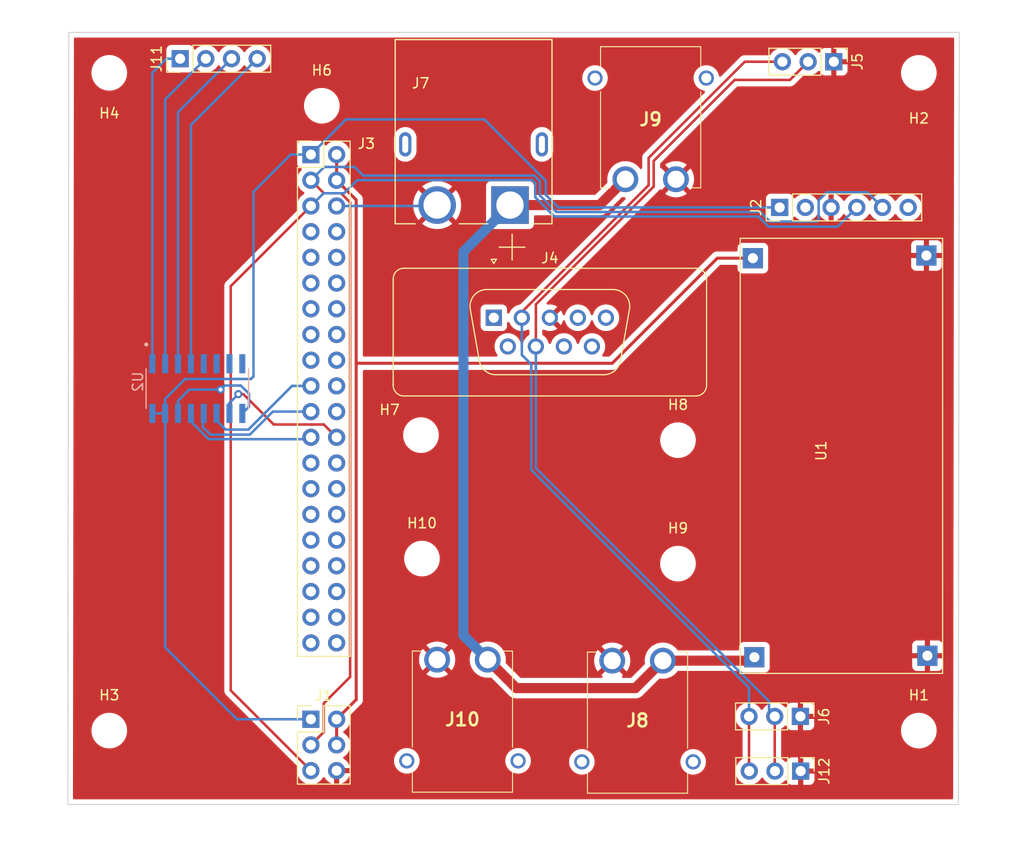
<source format=kicad_pcb>
(kicad_pcb (version 20211014) (generator pcbnew)
  (layers (0 "F.Cu" signal) (31 "B.Cu" signal) (34 "B.Paste" user) (35 "F.Paste" user) (36 "B.SilkS" user "B.Silkscreen") (37 "F.SilkS" user "F.Silkscreen") (38 "B.Mask" user) (39 "F.Mask" user) (44 "Edge.Cuts" user))
  (net 0 "")
  (net 3 "/VCC")
  (net 6 "GND")
  (net 7 "/5V")
  (net 8 "/3.3V")
  (net 9 "/SCL")
  (net 10 "/SDA")
  (net 23 "/MOSI")
  (net 25 "/MISO")
  (net 26 "/CS")
  (net 27 "/SCLK")
  (net 45 "/CAN_L")
  (net 49 "/CAN_H")
  (net 50 "/A-D Converter/CELL1")
  (net 51 "/A-D Converter/CELL2")
  (net 52 "/A-D Converter/CELL3")
  (net 53 "/A-D Converter/VT")
  (footprint "Connector_Dsub:DSUB-9_Male_Vertical_P2.77x2.84mm" (layer "F.Cu") (at 137 73.2)
    (fp_text reference "J4" (at 5.54 -5.89) (layer "F.SilkS"))
    (fp_text value "CAN")
    (fp_line (start 0 -5.351325) (end -0.25 -5.784338) (layer "F.SilkS") (width 0.12))
    (fp_line (start 19.965 7.73) (end -8.885 7.73) (layer "F.SilkS") (width 0.12))
    (fp_line (start -0.25 -5.784338) (end 0.25 -5.784338) (layer "F.SilkS") (width 0.12))
    (fp_line (start 13.40647 -0.841744) (end 12.507202 4.258256) (layer "F.SilkS") (width 0.12))
    (fp_line (start 0.25 -5.784338) (end 0 -5.351325) (layer "F.SilkS") (width 0.12))
    (fp_line (start -9.945 6.67) (end -9.945 -3.83) (layer "F.SilkS") (width 0.12))
    (fp_line (start 0.207579 5.63) (end 10.872421 5.63) (layer "F.SilkS") (width 0.12))
    (fp_line (start -0.691689 -2.79) (end 11.771689 -2.79) (layer "F.SilkS") (width 0.12))
    (fp_line (start 21.025 -3.83) (end 21.025 6.67) (layer "F.SilkS") (width 0.12))
    (fp_line (start -2.32647 -0.841744) (end -1.427202 4.258256) (layer "F.SilkS") (width 0.12))
    (fp_line (start -8.885 -4.89) (end 19.965 -4.89) (layer "F.SilkS") (width 0.12))
    (fp_arc (start 0.207579 5.63) (mid -0.859448 5.241633) (end -1.427202 4.258256) (layer "F.SilkS") (width 0.12))
    (fp_arc (start 19.965 -4.89) (mid 20.714533 -4.579533) (end 21.025 -3.83) (layer "F.SilkS") (width 0.12))
    (fp_arc (start -2.32647 -0.841744) (mid -1.963323 -2.197028) (end -0.691689 -2.79) (layer "F.SilkS") (width 0.12))
    (fp_arc (start 21.025 6.67) (mid 20.714533 7.419533) (end 19.965 7.73) (layer "F.SilkS") (width 0.12))
    (fp_arc (start 11.771689 -2.79) (mid 13.043331 -2.197031) (end 13.40647 -0.841744) (layer "F.SilkS") (width 0.12))
    (fp_arc (start -9.945 -3.83) (mid -9.634533 -4.579533) (end -8.885 -4.89) (layer "F.SilkS") (width 0.12))
    (fp_arc (start -8.885 7.73) (mid -9.634533 7.419533) (end -9.945 6.67) (layer "F.SilkS") (width 0.12))
    (fp_arc (start 12.507202 4.258256) (mid 11.939449 5.241634) (end 10.872421 5.63) (layer "F.SilkS") (width 0.12))
    (pad "1" thru_hole rect (at 0 0) (size 1.6 1.6) (drill 1) (layers *.Cu *.Mask))
    (pad "2" thru_hole circle (at 2.77 0) (size 1.6 1.6) (drill 1) (layers *.Cu *.Mask) (net 45 "/CAN_L"))
    (pad "3" thru_hole circle (at 5.54 0) (size 1.6 1.6) (drill 1) (layers *.Cu *.Mask) (net 6 "GND"))
    (pad "4" thru_hole circle (at 8.31 0) (size 1.6 1.6) (drill 1) (layers *.Cu *.Mask))
    (pad "5" thru_hole circle (at 11.08 0) (size 1.6 1.6) (drill 1) (layers *.Cu *.Mask))
    (pad "6" thru_hole circle (at 1.385 2.84) (size 1.6 1.6) (drill 1) (layers *.Cu *.Mask))
    (pad "7" thru_hole circle (at 4.155 2.84) (size 1.6 1.6) (drill 1) (layers *.Cu *.Mask) (net 49 "/CAN_H"))
    (pad "8" thru_hole circle (at 6.925 2.84) (size 1.6 1.6) (drill 1) (layers *.Cu *.Mask))
    (pad "9" thru_hole circle (at 9.695 2.84) (size 1.6 1.6) (drill 1) (layers *.Cu *.Mask))
  )
  (footprint "cube:XT30PWM" (layer "F.Cu") (at 152.5 53.6)
    (fp_text reference "J9" (at 0 0) (layer "F.SilkS") (effects (font (size 1.27 1.27) (thickness 0.254))))
    (fp_text value "MOTOR2-XT30" hide)
    (fp_line (start -4.95 -7.187) (end 4.95 -7.187) (layer "F.SilkS") (width 0.1))
    (fp_line (start 4.95 -7.187) (end 4.95 -5.237) (layer "F.SilkS") (width 0.1))
    (fp_line (start -4.95 6.762) (end -4 6.762) (layer "F.SilkS") (width 0.1))
    (fp_line (start -4.95 -2.737) (end -4.95 6.762) (layer "F.SilkS") (width 0.1))
    (fp_line (start -4.95 -5.237) (end -4.95 -7.187) (layer "F.SilkS") (width 0.1))
    (fp_line (start 4.95 6.762) (end 4.95 -2.737) (layer "F.SilkS") (width 0.1))
    (fp_line (start 4 6.762) (end 4.95 6.762) (layer "F.SilkS") (width 0.1))
    (pad "1" thru_hole circle locked (at -2.5 5.912) (size 2.55 2.55) (drill 1.7) (layers *.Cu *.Mask) (net 3 "/VCC"))
    (pad "2" thru_hole circle locked (at 2.5 5.912) (size 2.55 2.55) (drill 1.7) (layers *.Cu *.Mask) (net 6 "GND"))
    (pad "3" thru_hole circle locked (at 5.5 -4.088) (size 1.5 1.5) (drill 1) (layers *.Cu *.Mask))
    (pad "4" thru_hole circle locked (at -5.5 -4.088) (size 1.5 1.5) (drill 1) (layers *.Cu *.Mask))
  )
  (footprint "Connector_PinHeader_2.54mm:PinHeader_2x03_P2.54mm_Vertical" (layer "F.Cu") (at 118.925 112.875)
    (fp_text reference "J1" (at 1.27 -2.33) (layer "F.SilkS"))
    (fp_text value "Display")
    (fp_line (start -1.33 0) (end -1.33 -1.33) (layer "F.SilkS") (width 0.12))
    (fp_line (start 1.27 -1.33) (end 3.87 -1.33) (layer "F.SilkS") (width 0.12))
    (fp_line (start -1.33 1.27) (end -1.33 6.41) (layer "F.SilkS") (width 0.12))
    (fp_line (start -1.33 -1.33) (end 0 -1.33) (layer "F.SilkS") (width 0.12))
    (fp_line (start 1.27 1.27) (end 1.27 -1.33) (layer "F.SilkS") (width 0.12))
    (fp_line (start 3.87 -1.33) (end 3.87 6.41) (layer "F.SilkS") (width 0.12))
    (fp_line (start -1.33 1.27) (end 1.27 1.27) (layer "F.SilkS") (width 0.12))
    (fp_line (start -1.33 6.41) (end 3.87 6.41) (layer "F.SilkS") (width 0.12))
    (pad "1" thru_hole rect (at 0 0) (size 1.7 1.7) (drill 1) (layers *.Cu *.Mask) (net 8 "/3.3V"))
    (pad "2" thru_hole oval (at 2.54 0) (size 1.7 1.7) (drill 1) (layers *.Cu *.Mask) (net 7 "/5V"))
    (pad "3" thru_hole oval (at 0 2.54) (size 1.7 1.7) (drill 1) (layers *.Cu *.Mask) (net 10 "/SDA"))
    (pad "4" thru_hole oval (at 2.54 2.54) (size 1.7 1.7) (drill 1) (layers *.Cu *.Mask) (net 7 "/5V"))
    (pad "5" thru_hole oval (at 0 5.08) (size 1.7 1.7) (drill 1) (layers *.Cu *.Mask) (net 9 "/SCL"))
    (pad "6" thru_hole oval (at 2.54 5.08) (size 1.7 1.7) (drill 1) (layers *.Cu *.Mask) (net 6 "GND"))
  )
  (footprint "Connector_PinHeader_2.54mm:PinHeader_1x06_P2.54mm_Vertical" (layer "F.Cu") (at 165.25 62.3 90)
    (fp_text reference "J2" (at 0 -2.33 90) (layer "F.SilkS"))
    (fp_text value "MPU 6050")
    (fp_line (start 1.33 1.27) (end 1.33 14.03) (layer "F.SilkS") (width 0.12))
    (fp_line (start -1.33 0) (end -1.33 -1.33) (layer "F.SilkS") (width 0.12))
    (fp_line (start -1.33 1.27) (end -1.33 14.03) (layer "F.SilkS") (width 0.12))
    (fp_line (start -1.33 14.03) (end 1.33 14.03) (layer "F.SilkS") (width 0.12))
    (fp_line (start -1.33 -1.33) (end 0 -1.33) (layer "F.SilkS") (width 0.12))
    (fp_line (start -1.33 1.27) (end 1.33 1.27) (layer "F.SilkS") (width 0.12))
    (pad "1" thru_hole rect (at 0 0 90) (size 1.7 1.7) (drill 1) (layers *.Cu *.Mask) (net 8 "/3.3V"))
    (pad "2" thru_hole oval (at 0 2.54 90) (size 1.7 1.7) (drill 1) (layers *.Cu *.Mask))
    (pad "3" thru_hole oval (at 0 5.08 90) (size 1.7 1.7) (drill 1) (layers *.Cu *.Mask) (net 6 "GND"))
    (pad "4" thru_hole oval (at 0 7.62 90) (size 1.7 1.7) (drill 1) (layers *.Cu *.Mask) (net 9 "/SCL"))
    (pad "5" thru_hole oval (at 0 10.16 90) (size 1.7 1.7) (drill 1) (layers *.Cu *.Mask) (net 10 "/SDA"))
    (pad "6" thru_hole oval (at 0 12.7 90) (size 1.7 1.7) (drill 1) (layers *.Cu *.Mask))
  )
  (footprint "cube:AMASS_XT60PW-M" (layer "F.Cu") (at 135 56.06575)
    (fp_text reference "J7" (at -5.229 -6.03733) (layer "F.SilkS") (effects (font (size 1.000441 1.000441))))
    (fp_text value "INPUT-XT60")
    (fp_line (start 3.81 10.16) (end 3.81 11.43) (layer "F.SilkS") (width 0.127))
    (fp_line (start 7.75 7.85) (end 5.778 7.85) (layer "F.SilkS") (width 0.127))
    (fp_line (start 7.75 7.85) (end 7.75 -10.35) (layer "F.SilkS") (width 0.127))
    (fp_line (start -7.75 -10.35) (end -7.75 7.85) (layer "F.SilkS") (width 0.127))
    (fp_line (start 7.75 -10.35) (end -7.75 -10.35) (layer "F.SilkS") (width 0.127))
    (fp_line (start 5.08 10.16) (end 3.81 10.16) (layer "F.SilkS") (width 0.127))
    (fp_line (start -1.422 7.85) (end 1.422 7.85) (layer "F.SilkS") (width 0.127))
    (fp_line (start -7.75 7.85) (end -5.778 7.85) (layer "F.SilkS") (width 0.127))
    (fp_line (start 2.54 10.16) (end 3.81 10.16) (layer "F.SilkS") (width 0.127))
    (fp_line (start 3.81 10.16) (end 3.81 8.89) (layer "F.SilkS") (width 0.127))
    (pad "1" thru_hole rect locked (at 3.6 6) (size 3.716 3.716) (drill 2.7) (layers *.Cu *.Mask) (net 3 "/VCC"))
    (pad "2" thru_hole circle locked (at -3.6 6) (size 3.716 3.716) (drill 2.7) (layers *.Cu *.Mask) (net 6 "GND"))
    (pad "S1" thru_hole oval locked (at 6.75 0) (size 1.2 2.4) (drill oval 0.6 1.7) (layers *.Cu *.Mask))
    (pad "S2" thru_hole oval locked (at -6.75 0) (size 1.2 2.4) (drill oval 0.6 1.7) (layers *.Cu *.Mask))
  )
  (footprint "cube:LM2596S_mod" (layer "F.Cu") (at 171.25 86.25 90)
    (fp_text reference "U1" (at -0.1 -1.9 90 unlocked) (layer "F.SilkS"))
    (fp_text value "LM2596S")
    (fp_rect (start -22.1 -9.9) (end 20.9 10.1) (layer "F.SilkS") (width 0.12) (fill none))
    (pad "1" thru_hole rect (at -20.5 -8.5 90) (size 2 2) (drill 1) (layers *.Cu *.Mask) (net 3 "/VCC"))
    (pad "2" thru_hole rect (at -20.35 8.6 90) (size 2 2) (drill 1) (layers *.Cu *.Mask) (net 6 "GND"))
    (pad "3" thru_hole rect (at 18.936 -8.648 90) (size 2 2) (drill 1) (layers *.Cu *.Mask) (net 7 "/5V"))
    (pad "4" thru_hole rect (at 19.2 8.5 90) (size 2 2) (drill 1) (layers *.Cu *.Mask) (net 6 "GND"))
  )
  (footprint "Connector_PinHeader_2.54mm:PinHeader_1x03_P2.54mm_Vertical" (layer "F.Cu") (at 167.3 112.6 -90)
    (fp_text reference "J6" (at 0 -2.33 90) (layer "F.SilkS"))
    (fp_text value "MOTOR2")
    (fp_line (start 1.33 1.27) (end 1.33 6.41) (layer "F.SilkS") (width 0.12))
    (fp_line (start -1.33 1.27) (end 1.33 1.27) (layer "F.SilkS") (width 0.12))
    (fp_line (start -1.33 -1.33) (end 0 -1.33) (layer "F.SilkS") (width 0.12))
    (fp_line (start -1.33 6.41) (end 1.33 6.41) (layer "F.SilkS") (width 0.12))
    (fp_line (start -1.33 0) (end -1.33 -1.33) (layer "F.SilkS") (width 0.12))
    (fp_line (start -1.33 1.27) (end -1.33 6.41) (layer "F.SilkS") (width 0.12))
    (pad "1" thru_hole rect (at 0 0 270) (size 1.7 1.7) (drill 1) (layers *.Cu *.Mask) (net 6 "GND"))
    (pad "2" thru_hole oval (at 0 2.54 270) (size 1.7 1.7) (drill 1) (layers *.Cu *.Mask) (net 49 "/CAN_H"))
    (pad "3" thru_hole oval (at 0 5.08 270) (size 1.7 1.7) (drill 1) (layers *.Cu *.Mask) (net 45 "/CAN_L"))
  )
  (footprint "Connector_PinHeader_2.54mm:PinHeader_1x04_P2.54mm_Vertical" (layer "F.Cu") (at 106 47.6 90)
    (fp_text reference "J11" (at 0 -2.33 90) (layer "F.SilkS"))
    (fp_text value "JST-BATT")
    (fp_line (start -1.33 -1.33) (end 0 -1.33) (layer "F.SilkS") (width 0.12))
    (fp_line (start 1.33 1.27) (end 1.33 8.95) (layer "F.SilkS") (width 0.12))
    (fp_line (start -1.33 1.27) (end -1.33 8.95) (layer "F.SilkS") (width 0.12))
    (fp_line (start -1.33 1.27) (end 1.33 1.27) (layer "F.SilkS") (width 0.12))
    (fp_line (start -1.33 0) (end -1.33 -1.33) (layer "F.SilkS") (width 0.12))
    (fp_line (start -1.33 8.95) (end 1.33 8.95) (layer "F.SilkS") (width 0.12))
    (pad "1" thru_hole rect (at 0 0 90) (size 1.7 1.7) (drill 1) (layers *.Cu *.Mask) (net 50 "/A-D Converter/CELL1"))
    (pad "2" thru_hole oval (at 0 2.54 90) (size 1.7 1.7) (drill 1) (layers *.Cu *.Mask) (net 51 "/A-D Converter/CELL2"))
    (pad "3" thru_hole oval (at 0 5.08 90) (size 1.7 1.7) (drill 1) (layers *.Cu *.Mask) (net 52 "/A-D Converter/CELL3"))
    (pad "4" thru_hole oval (at 0 7.62 90) (size 1.7 1.7) (drill 1) (layers *.Cu *.Mask) (net 53 "/A-D Converter/VT"))
  )
  (footprint "MountingHole:MountingHole_2.5mm" (layer "F.Cu") (at 155.2 85.3)
    (fp_text reference "H8" (at 0 -3.5) (layer "F.SilkS"))
    (fp_text value "MountingHole")
    (pad "" np_thru_hole circle (at 0 0) (size 2.5 2.5) (drill 2.5) (layers *.Cu *.Mask))
  )
  (footprint "Connector_PinHeader_2.54mm:PinHeader_2x20_P2.54mm_Vertical" (layer "F.Cu") (at 118.925 57.075)
    (fp_text reference "J3" (at 5.475 -1.075) (layer "F.SilkS"))
    (fp_text value "Pi_GPIO")
    (fp_line (start -1.33 49.59) (end 3.87 49.59) (layer "F.SilkS") (width 0.12))
    (fp_line (start -1.33 1.27) (end 1.27 1.27) (layer "F.SilkS") (width 0.12))
    (fp_line (start 3.87 -1.33) (end 3.87 49.59) (layer "F.SilkS") (width 0.12))
    (fp_line (start -1.33 -1.33) (end 0 -1.33) (layer "F.SilkS") (width 0.12))
    (fp_line (start -1.33 0) (end -1.33 -1.33) (layer "F.SilkS") (width 0.12))
    (fp_line (start -1.33 1.27) (end -1.33 49.59) (layer "F.SilkS") (width 0.12))
    (fp_line (start 1.27 -1.33) (end 3.87 -1.33) (layer "F.SilkS") (width 0.12))
    (fp_line (start 1.27 1.27) (end 1.27 -1.33) (layer "F.SilkS") (width 0.12))
    (pad "1" thru_hole rect (at 0 0) (size 1.7 1.7) (drill 1) (layers *.Cu *.Mask) (net 8 "/3.3V"))
    (pad "2" thru_hole oval (at 2.54 0) (size 1.7 1.7) (drill 1) (layers *.Cu *.Mask) (net 7 "/5V"))
    (pad "3" thru_hole oval (at 0 2.54) (size 1.7 1.7) (drill 1) (layers *.Cu *.Mask) (net 10 "/SDA"))
    (pad "4" thru_hole oval (at 2.54 2.54) (size 1.7 1.7) (drill 1) (layers *.Cu *.Mask) (net 7 "/5V"))
    (pad "5" thru_hole oval (at 0 5.08) (size 1.7 1.7) (drill 1) (layers *.Cu *.Mask) (net 9 "/SCL"))
    (pad "6" thru_hole oval (at 2.54 5.08) (size 1.7 1.7) (drill 1) (layers *.Cu *.Mask) (net 6 "GND"))
    (pad "7" thru_hole oval (at 0 7.62) (size 1.7 1.7) (drill 1) (layers *.Cu *.Mask))
    (pad "8" thru_hole oval (at 2.54 7.62) (size 1.7 1.7) (drill 1) (layers *.Cu *.Mask))
    (pad "9" thru_hole oval (at 0 10.16) (size 1.7 1.7) (drill 1) (layers *.Cu *.Mask))
    (pad "10" thru_hole oval (at 2.54 10.16) (size 1.7 1.7) (drill 1) (layers *.Cu *.Mask))
    (pad "11" thru_hole oval (at 0 12.7) (size 1.7 1.7) (drill 1) (layers *.Cu *.Mask))
    (pad "12" thru_hole oval (at 2.54 12.7) (size 1.7 1.7) (drill 1) (layers *.Cu *.Mask))
    (pad "13" thru_hole oval (at 0 15.24) (size 1.7 1.7) (drill 1) (layers *.Cu *.Mask))
    (pad "14" thru_hole oval (at 2.54 15.24) (size 1.7 1.7) (drill 1) (layers *.Cu *.Mask))
    (pad "15" thru_hole oval (at 0 17.78) (size 1.7 1.7) (drill 1) (layers *.Cu *.Mask))
    (pad "16" thru_hole oval (at 2.54 17.78) (size 1.7 1.7) (drill 1) (layers *.Cu *.Mask))
    (pad "17" thru_hole oval (at 0 20.32) (size 1.7 1.7) (drill 1) (layers *.Cu *.Mask))
    (pad "18" thru_hole oval (at 2.54 20.32) (size 1.7 1.7) (drill 1) (layers *.Cu *.Mask))
    (pad "19" thru_hole oval (at 0 22.86) (size 1.7 1.7) (drill 1) (layers *.Cu *.Mask) (net 23 "/MOSI"))
    (pad "20" thru_hole oval (at 2.54 22.86) (size 1.7 1.7) (drill 1) (layers *.Cu *.Mask))
    (pad "21" thru_hole oval (at 0 25.4) (size 1.7 1.7) (drill 1) (layers *.Cu *.Mask) (net 25 "/MISO"))
    (pad "22" thru_hole oval (at 2.54 25.4) (size 1.7 1.7) (drill 1) (layers *.Cu *.Mask))
    (pad "23" thru_hole oval (at 0 27.94) (size 1.7 1.7) (drill 1) (layers *.Cu *.Mask) (net 27 "/SCLK"))
    (pad "24" thru_hole oval (at 2.54 27.94) (size 1.7 1.7) (drill 1) (layers *.Cu *.Mask) (net 26 "/CS"))
    (pad "25" thru_hole oval (at 0 30.48) (size 1.7 1.7) (drill 1) (layers *.Cu *.Mask))
    (pad "26" thru_hole oval (at 2.54 30.48) (size 1.7 1.7) (drill 1) (layers *.Cu *.Mask))
    (pad "27" thru_hole oval (at 0 33.02) (size 1.7 1.7) (drill 1) (layers *.Cu *.Mask))
    (pad "28" thru_hole oval (at 2.54 33.02) (size 1.7 1.7) (drill 1) (layers *.Cu *.Mask))
    (pad "29" thru_hole oval (at 0 35.56) (size 1.7 1.7) (drill 1) (layers *.Cu *.Mask))
    (pad "30" thru_hole oval (at 2.54 35.56) (size 1.7 1.7) (drill 1) (layers *.Cu *.Mask))
    (pad "31" thru_hole oval (at 0 38.1) (size 1.7 1.7) (drill 1) (layers *.Cu *.Mask))
    (pad "32" thru_hole oval (at 2.54 38.1) (size 1.7 1.7) (drill 1) (layers *.Cu *.Mask))
    (pad "33" thru_hole oval (at 0 40.64) (size 1.7 1.7) (drill 1) (layers *.Cu *.Mask))
    (pad "34" thru_hole oval (at 2.54 40.64) (size 1.7 1.7) (drill 1) (layers *.Cu *.Mask))
    (pad "35" thru_hole oval (at 0 43.18) (size 1.7 1.7) (drill 1) (layers *.Cu *.Mask))
    (pad "36" thru_hole oval (at 2.54 43.18) (size 1.7 1.7) (drill 1) (layers *.Cu *.Mask))
    (pad "37" thru_hole oval (at 0 45.72) (size 1.7 1.7) (drill 1) (layers *.Cu *.Mask))
    (pad "38" thru_hole oval (at 2.54 45.72) (size 1.7 1.7) (drill 1) (layers *.Cu *.Mask))
    (pad "39" thru_hole oval (at 0 48.26) (size 1.7 1.7) (drill 1) (layers *.Cu *.Mask))
    (pad "40" thru_hole oval (at 2.54 48.26) (size 1.7 1.7) (drill 1) (layers *.Cu *.Mask))
  )
  (footprint "MountingHole:MountingHole_2.5mm" (layer "F.Cu") (at 129.8 84.8)
    (fp_text reference "H7" (at -3.1 -2.5) (layer "F.SilkS"))
    (fp_text value "MountingHole")
    (pad "" np_thru_hole circle (at 0 0) (size 2.5 2.5) (drill 2.5) (layers *.Cu *.Mask))
  )
  (footprint "MountingHole:MountingHole_2.5mm" (layer "F.Cu") (at 179 49)
    (fp_text reference "H2" (at 0 4.5) (layer "F.SilkS"))
    (fp_text value "MountingHole")
    (pad "" np_thru_hole circle (at 0 0) (size 2.5 2.5) (drill 2.5) (layers *.Cu *.Mask))
  )
  (footprint "MountingHole:MountingHole_2.5mm" (layer "F.Cu") (at 99 114)
    (fp_text reference "H3" (at 0 -3.5) (layer "F.SilkS"))
    (fp_text value "MountingHole")
    (pad "" np_thru_hole circle (at 0 0) (size 2.5 2.5) (drill 2.5) (layers *.Cu *.Mask))
  )
  (footprint "MountingHole:MountingHole_2.5mm" (layer "F.Cu") (at 129.9 97)
    (fp_text reference "H10" (at 0 -3.5) (layer "F.SilkS"))
    (fp_text value "MountingHole")
    (pad "" np_thru_hole circle (at 0 0) (size 2.5 2.5) (drill 2.5) (layers *.Cu *.Mask))
  )
  (footprint "Connector_PinHeader_2.54mm:PinHeader_1x03_P2.54mm_Vertical" (layer "F.Cu") (at 167.325 118 -90)
    (fp_text reference "J12" (at 0 -2.33 90) (layer "F.SilkS"))
    (fp_text value "MOTOR3")
    (fp_line (start -1.33 -1.33) (end 0 -1.33) (layer "F.SilkS") (width 0.12))
    (fp_line (start -1.33 1.27) (end -1.33 6.41) (layer "F.SilkS") (width 0.12))
    (fp_line (start 1.33 1.27) (end 1.33 6.41) (layer "F.SilkS") (width 0.12))
    (fp_line (start -1.33 1.27) (end 1.33 1.27) (layer "F.SilkS") (width 0.12))
    (fp_line (start -1.33 0) (end -1.33 -1.33) (layer "F.SilkS") (width 0.12))
    (fp_line (start -1.33 6.41) (end 1.33 6.41) (layer "F.SilkS") (width 0.12))
    (pad "1" thru_hole rect (at 0 0 270) (size 1.7 1.7) (drill 1) (layers *.Cu *.Mask) (net 6 "GND"))
    (pad "2" thru_hole oval (at 0 2.54 270) (size 1.7 1.7) (drill 1) (layers *.Cu *.Mask) (net 49 "/CAN_H"))
    (pad "3" thru_hole oval (at 0 5.08 270) (size 1.7 1.7) (drill 1) (layers *.Cu *.Mask) (net 45 "/CAN_L"))
  )
  (footprint "cube:XT30PWM" (layer "F.Cu") (at 151.2 113 180)
    (fp_text reference "J8" (at 0 0) (layer "F.SilkS") (effects (font (size 1.27 1.27) (thickness 0.254))))
    (fp_text value "MOTOR1-XT30" hide)
    (fp_line (start -4.95 -2.737) (end -4.95 6.762) (layer "F.SilkS") (width 0.1))
    (fp_line (start 4.95 6.762) (end 4.95 -2.737) (layer "F.SilkS") (width 0.1))
    (fp_line (start 4.95 -7.187) (end 4.95 -5.237) (layer "F.SilkS") (width 0.1))
    (fp_line (start -4.95 6.762) (end -4 6.762) (layer "F.SilkS") (width 0.1))
    (fp_line (start 4 6.762) (end 4.95 6.762) (layer "F.SilkS") (width 0.1))
    (fp_line (start -4.95 -5.237) (end -4.95 -7.187) (layer "F.SilkS") (width 0.1))
    (fp_line (start -4.95 -7.187) (end 4.95 -7.187) (layer "F.SilkS") (width 0.1))
    (pad "1" thru_hole circle locked (at -2.5 5.912 180) (size 2.55 2.55) (drill 1.7) (layers *.Cu *.Mask) (net 3 "/VCC"))
    (pad "2" thru_hole circle locked (at 2.5 5.912 180) (size 2.55 2.55) (drill 1.7) (layers *.Cu *.Mask) (net 6 "GND"))
    (pad "3" thru_hole circle locked (at 5.5 -4.088 180) (size 1.5 1.5) (drill 1) (layers *.Cu *.Mask))
    (pad "4" thru_hole circle locked (at -5.5 -4.088 180) (size 1.5 1.5) (drill 1) (layers *.Cu *.Mask))
  )
  (footprint "Connector_PinHeader_2.54mm:PinHeader_1x03_P2.54mm_Vertical" (layer "F.Cu") (at 170.6 47.9 -90)
    (fp_text reference "J5" (at 0 -2.33 90) (layer "F.SilkS"))
    (fp_text value "MOTOR1")
    (fp_line (start 1.33 1.27) (end 1.33 6.41) (layer "F.SilkS") (width 0.12))
    (fp_line (start -1.33 -1.33) (end 0 -1.33) (layer "F.SilkS") (width 0.12))
    (fp_line (start -1.33 1.27) (end -1.33 6.41) (layer "F.SilkS") (width 0.12))
    (fp_line (start -1.33 1.27) (end 1.33 1.27) (layer "F.SilkS") (width 0.12))
    (fp_line (start -1.33 0) (end -1.33 -1.33) (layer "F.SilkS") (width 0.12))
    (fp_line (start -1.33 6.41) (end 1.33 6.41) (layer "F.SilkS") (width 0.12))
    (pad "1" thru_hole rect (at 0 0 270) (size 1.7 1.7) (drill 1) (layers *.Cu *.Mask) (net 6 "GND"))
    (pad "2" thru_hole oval (at 0 2.54 270) (size 1.7 1.7) (drill 1) (layers *.Cu *.Mask) (net 49 "/CAN_H"))
    (pad "3" thru_hole oval (at 0 5.08 270) (size 1.7 1.7) (drill 1) (layers *.Cu *.Mask) (net 45 "/CAN_L"))
  )
  (footprint "MountingHole:MountingHole_2.5mm" (layer "F.Cu") (at 155.2 97.5)
    (fp_text reference "H9" (at 0 -3.5) (layer "F.SilkS"))
    (fp_text value "MountingHole")
    (pad "" np_thru_hole circle (at 0 0) (size 2.5 2.5) (drill 2.5) (layers *.Cu *.Mask))
  )
  (footprint "MountingHole:MountingHole_2.5mm" (layer "F.Cu") (at 179 114)
    (fp_text reference "H1" (at 0 -3.5) (layer "F.SilkS"))
    (fp_text value "MountingHole")
    (pad "" np_thru_hole circle (at 0 0) (size 2.5 2.5) (drill 2.5) (layers *.Cu *.Mask))
  )
  (footprint "MountingHole:MountingHole_2.5mm" (layer "F.Cu") (at 99 49)
    (fp_text reference "H4" (at 0 4) (layer "F.SilkS"))
    (fp_text value "MountingHole")
    (pad "" np_thru_hole circle (at 0 0) (size 2.5 2.5) (drill 2.5) (layers *.Cu *.Mask))
  )
  (footprint "cube:XT30PWM" (layer "F.Cu") (at 133.9 112.9 180)
    (fp_text reference "J10" (at 0 0) (layer "F.SilkS") (effects (font (size 1.27 1.27) (thickness 0.254))))
    (fp_text value "MOTOR3-XT30" hide)
    (fp_line (start -4.95 -7.187) (end 4.95 -7.187) (layer "F.SilkS") (width 0.1))
    (fp_line (start 4.95 6.762) (end 4.95 -2.737) (layer "F.SilkS") (width 0.1))
    (fp_line (start -4.95 -5.237) (end -4.95 -7.187) (layer "F.SilkS") (width 0.1))
    (fp_line (start -4.95 6.762) (end -4 6.762) (layer "F.SilkS") (width 0.1))
    (fp_line (start 4 6.762) (end 4.95 6.762) (layer "F.SilkS") (width 0.1))
    (fp_line (start 4.95 -7.187) (end 4.95 -5.237) (layer "F.SilkS") (width 0.1))
    (fp_line (start -4.95 -2.737) (end -4.95 6.762) (layer "F.SilkS") (width 0.1))
    (pad "1" thru_hole circle locked (at -2.5 5.912 180) (size 2.55 2.55) (drill 1.7) (layers *.Cu *.Mask) (net 3 "/VCC"))
    (pad "2" thru_hole circle locked (at 2.5 5.912 180) (size 2.55 2.55) (drill 1.7) (layers *.Cu *.Mask) (net 6 "GND"))
    (pad "3" thru_hole circle locked (at 5.5 -4.088 180) (size 1.5 1.5) (drill 1) (layers *.Cu *.Mask))
    (pad "4" thru_hole circle locked (at -5.5 -4.088 180) (size 1.5 1.5) (drill 1) (layers *.Cu *.Mask))
  )
  (footprint "MountingHole:MountingHole_2.5mm" (layer "F.Cu") (at 120 52.25)
    (fp_text reference "H6" (at 0 -3.5) (layer "F.SilkS"))
    (fp_text value "MountingHole")
    (pad "" np_thru_hole circle (at 0 0) (size 2.5 2.5) (drill 2.5) (layers *.Cu *.Mask))
  )
  (footprint "cube:SOIC127P600X175-16N" (layer "B.Cu") (at 107.7 80.2 -90)
    (fp_text reference "U2" (at -0.675 5.877 90) (layer "B.SilkS") (effects (justify mirror)))
    (fp_text value "MCP3008-I/SL")
    (fp_line (start -1.95 -5.065) (end 1.95 -5.065) (layer "B.SilkS") (width 0.127))
    (fp_line (start -1.95 5.065) (end 1.95 5.065) (layer "B.SilkS") (width 0.127))
    (fp_circle (center -4.355 5.045) (end -4.255 5.045) (layer "B.SilkS") (width 0.2) (fill none))
    (pad "1" smd roundrect locked (at -2.455 4.445 270) (size 1.9 0.6) (layers "B.Cu" "B.Paste" "B.Mask") (roundrect_rratio 0.07) (net 50 "/A-D Converter/CELL1"))
    (pad "2" smd roundrect locked (at -2.455 3.175 270) (size 1.9 0.6) (layers "B.Cu" "B.Paste" "B.Mask") (roundrect_rratio 0.07) (net 51 "/A-D Converter/CELL2"))
    (pad "3" smd roundrect locked (at -2.455 1.905 270) (size 1.9 0.6) (layers "B.Cu" "B.Paste" "B.Mask") (roundrect_rratio 0.07) (net 52 "/A-D Converter/CELL3"))
    (pad "4" smd roundrect locked (at -2.455 0.635 270) (size 1.9 0.6) (layers "B.Cu" "B.Paste" "B.Mask") (roundrect_rratio 0.07) (net 53 "/A-D Converter/VT"))
    (pad "5" smd roundrect locked (at -2.455 -0.635 270) (size 1.9 0.6) (layers "B.Cu" "B.Paste" "B.Mask") (roundrect_rratio 0.07))
    (pad "6" smd roundrect locked (at -2.455 -1.905 270) (size 1.9 0.6) (layers "B.Cu" "B.Paste" "B.Mask") (roundrect_rratio 0.07))
    (pad "7" smd roundrect locked (at -2.455 -3.175 270) (size 1.9 0.6) (layers "B.Cu" "B.Paste" "B.Mask") (roundrect_rratio 0.07))
    (pad "8" smd roundrect locked (at -2.455 -4.445 270) (size 1.9 0.6) (layers "B.Cu" "B.Paste" "B.Mask") (roundrect_rratio 0.07))
    (pad "9" smd roundrect locked (at 2.455 -4.445 270) (size 1.9 0.6) (layers "B.Cu" "B.Paste" "B.Mask") (roundrect_rratio 0.07) (net 6 "GND"))
    (pad "10" smd roundrect locked (at 2.455 -3.175 270) (size 1.9 0.6) (layers "B.Cu" "B.Paste" "B.Mask") (roundrect_rratio 0.07) (net 26 "/CS"))
    (pad "11" smd roundrect locked (at 2.455 -1.905 270) (size 1.9 0.6) (layers "B.Cu" "B.Paste" "B.Mask") (roundrect_rratio 0.07) (net 23 "/MOSI"))
    (pad "12" smd roundrect locked (at 2.455 -0.635 270) (size 1.9 0.6) (layers "B.Cu" "B.Paste" "B.Mask") (roundrect_rratio 0.07) (net 25 "/MISO"))
    (pad "13" smd roundrect locked (at 2.455 0.635 270) (size 1.9 0.6) (layers "B.Cu" "B.Paste" "B.Mask") (roundrect_rratio 0.07) (net 27 "/SCLK"))
    (pad "14" smd roundrect locked (at 2.455 1.905 270) (size 1.9 0.6) (layers "B.Cu" "B.Paste" "B.Mask") (roundrect_rratio 0.07) (net 6 "GND"))
    (pad "15" smd roundrect locked (at 2.455 3.175 270) (size 1.9 0.6) (layers "B.Cu" "B.Paste" "B.Mask") (roundrect_rratio 0.07) (net 8 "/3.3V"))
    (pad "16" smd roundrect locked (at 2.455 4.445 270) (size 1.9 0.6) (layers "B.Cu" "B.Paste" "B.Mask") (roundrect_rratio 0.07) (net 8 "/3.3V"))
  )
  (gr_line (start 182.9 121.3) (end 94.9 121.3) (layer "Edge.Cuts") (width 0.1))
  (gr_line (start 95 45) (end 94.9 121.3) (layer "Edge.Cuts") (width 0.1))
  (gr_line (start 183 45) (end 95 45) (layer "Edge.Cuts") (width 0.1))
  (gr_line (start 182.9 121.3) (end 183 45) (layer "Edge.Cuts") (width 0.1))
  (segment (start 153.7 107.088) (end 162.412 107.088) (width 1) (layer "F.Cu") (net 3))
  (segment (start 150.988 109.8) (end 153.7 107.088) (width 1) (layer "F.Cu") (net 3))
  (segment (start 162.412 107.088) (end 162.75 106.75) (width 1) (layer "F.Cu") (net 3))
  (segment (start 139.212 109.8) (end 150.988 109.8) (width 1) (layer "F.Cu") (net 3))
  (segment (start 147.44625 62.06575) (end 150 59.512) (width 1) (layer "F.Cu") (net 3))
  (segment (start 138.6 62.06575) (end 147.44625 62.06575) (width 1) (layer "F.Cu") (net 3))
  (segment (start 136.4 106.988) (end 139.212 109.8) (width 1) (layer "F.Cu") (net 3))
  (segment (start 138.6 62.06575) (end 134 66.66575) (width 1) (layer "B.Cu") (net 3))
  (segment (start 134 66.66575) (end 134 104.588) (width 1) (layer "B.Cu") (net 3))
  (segment (start 134 104.588) (end 136.4 106.988) (width 1) (layer "B.Cu") (net 3))
  (segment (start 167.3 117.975) (end 167.325 118) (width 0.3) (layer "F.Cu") (net 6))
  (segment (start 167.3 112.6) (end 167.3 117.975) (width 0.3) (layer "F.Cu") (net 6))
  (via (at 110 80.3) (size 0.8) (drill 0.4) (layers "F.Cu" "B.Cu") (net 6))
  (segment (start 105.795 82.655) (end 105.795 81.405) (width 0.25) (layer "B.Cu") (net 6))
  (segment (start 112.145 82.655) (end 112.8 82) (width 0.25) (layer "B.Cu") (net 6))
  (segment (start 112 79.9) (end 111.8 79.9) (width 0.25) (layer "B.Cu") (net 6))
  (segment (start 121.465 62.155) (end 131.31075 62.155) (width 0.25) (layer "B.Cu") (net 6))
  (segment (start 110.4 79.9) (end 110 80.3) (width 0.25) (layer "B.Cu") (net 6))
  (segment (start 112.8 82) (end 112.8 80.7) (width 0.25) (layer "B.Cu") (net 6))
  (segment (start 105.795 81.405) (end 106.9 80.3) (width 0.25) (layer "B.Cu") (net 6))
  (segment (start 112.8 80.7) (end 112 79.9) (width 0.25) (layer "B.Cu") (net 6))
  (segment (start 106.9 80.3) (end 110 80.3) (width 0.25) (layer "B.Cu") (net 6))
  (segment (start 111.8 79.9) (end 110.4 79.9) (width 0.25) (layer "B.Cu") (net 6))
  (segment (start 131.31075 62.155) (end 131.4 62.06575) (width 0.25) (layer "B.Cu") (net 6))
  (segment (start 123.4 77.7) (end 148.7 77.7) (width 0.3) (layer "F.Cu") (net 7))
  (segment (start 123.4 110.94) (end 123.4 77.7) (width 0.3) (layer "F.Cu") (net 7))
  (segment (start 121.465 57.075) (end 121.465 59.615) (width 0.3) (layer "F.Cu") (net 7))
  (segment (start 121.465 112.875) (end 123.4 110.94) (width 0.3) (layer "F.Cu") (net 7))
  (segment (start 159.086 67.314) (end 162.602 67.314) (width 0.3) (layer "F.Cu") (net 7))
  (segment (start 148.7 77.7) (end 159.086 67.314) (width 0.3) (layer "F.Cu") (net 7))
  (segment (start 121.465 112.875) (end 121.465 115.415) (width 0.3) (layer "F.Cu") (net 7))
  (segment (start 123.4 77.7) (end 123.4 61.55) (width 0.3) (layer "F.Cu") (net 7))
  (segment (start 123.4 61.55) (end 121.465 59.615) (width 0.3) (layer "F.Cu") (net 7))
  (segment (start 165.25 62.3) (end 143.372792 62.3) (width 0.25) (layer "B.Cu") (net 8))
  (segment (start 103.255 82.655) (end 104.525 82.655) (width 0.25) (layer "B.Cu") (net 8))
  (segment (start 104.525 81.225) (end 106.5 79.25) (width 0.25) (layer "B.Cu") (net 8))
  (segment (start 104.525 105.775) (end 104.525 82.655) (width 0.25) (layer "B.Cu") (net 8))
  (segment (start 106.5 79.25) (end 113 79.25) (width 0.25) (layer "B.Cu") (net 8))
  (segment (start 142.136396 59.663604) (end 136.072792 53.6) (width 0.25) (layer "B.Cu") (net 8))
  (segment (start 113.25 79) (end 113.25 60.75) (width 0.25) (layer "B.Cu") (net 8))
  (segment (start 113 79.25) (end 113.25 79) (width 0.25) (layer "B.Cu") (net 8))
  (segment (start 118.925 112.875) (end 111.625 112.875) (width 0.25) (layer "B.Cu") (net 8))
  (segment (start 104.525 82.655) (end 104.525 81.225) (width 0.25) (layer "B.Cu") (net 8))
  (segment (start 122.4 53.6) (end 118.925 57.075) (width 0.25) (layer "B.Cu") (net 8))
  (segment (start 113.25 60.75) (end 116.925 57.075) (width 0.25) (layer "B.Cu") (net 8))
  (segment (start 142.136396 61.063604) (end 142.136396 59.663604) (width 0.25) (layer "B.Cu") (net 8))
  (segment (start 136.072792 53.6) (end 122.4 53.6) (width 0.25) (layer "B.Cu") (net 8))
  (segment (start 116.925 57.075) (end 118.925 57.075) (width 0.25) (layer "B.Cu") (net 8))
  (segment (start 143.372792 62.3) (end 142.136396 61.063604) (width 0.25) (layer "B.Cu") (net 8))
  (segment (start 111.625 112.875) (end 104.525 105.775) (width 0.25) (layer "B.Cu") (net 8))
  (segment (start 111 110.03) (end 118.925 117.955) (width 0.25) (layer "F.Cu") (net 9))
  (segment (start 111 70.08) (end 111 110.03) (width 0.25) (layer "F.Cu") (net 9))
  (segment (start 118.925 62.155) (end 111 70.08) (width 0.25) (layer "F.Cu") (net 9))
  (segment (start 141.1 59.9) (end 140.8 59.6) (width 0.25) (layer "B.Cu") (net 9))
  (segment (start 122.2 60.9) (end 120.18 60.9) (width 0.25) (layer "B.Cu") (net 9))
  (segment (start 164.163604 64.2) (end 163.163604 63.2) (width 0.25) (layer "B.Cu") (net 9))
  (segment (start 143 63.2) (end 141.1 61.3) (width 0.25) (layer "B.Cu") (net 9))
  (segment (start 123.5 59.6) (end 122.2 60.9) (width 0.25) (layer "B.Cu") (net 9))
  (segment (start 140.8 59.6) (end 123.5 59.6) (width 0.25) (layer "B.Cu") (net 9))
  (segment (start 120.18 60.9) (end 118.925 62.155) (width 0.25) (layer "B.Cu") (net 9))
  (segment (start 163.163604 63.2) (end 143 63.2) (width 0.25) (layer "B.Cu") (net 9))
  (segment (start 170.97 64.2) (end 164.163604 64.2) (width 0.25) (layer "B.Cu") (net 9))
  (segment (start 141.1 61.3) (end 141.1 59.9) (width 0.25) (layer "B.Cu") (net 9))
  (segment (start 172.87 62.3) (end 170.97 64.2) (width 0.25) (layer "B.Cu") (net 9))
  (segment (start 120.2 111.3) (end 120.2 114.14) (width 0.25) (layer "F.Cu") (net 10))
  (segment (start 121.9 60.9) (end 122.8 61.8) (width 0.25) (layer "F.Cu") (net 10))
  (segment (start 122.8 108.7) (end 120.2 111.3) (width 0.25) (layer "F.Cu") (net 10))
  (segment (start 122.8 61.8) (end 122.8 108.7) (width 0.25) (layer "F.Cu") (net 10))
  (segment (start 120.2 114.14) (end 118.925 115.415) (width 0.25) (layer "F.Cu") (net 10))
  (segment (start 118.925 59.615) (end 120.21 60.9) (width 0.25) (layer "F.Cu") (net 10))
  (segment (start 120.21 60.9) (end 121.9 60.9) (width 0.25) (layer "F.Cu") (net 10))
  (segment (start 141.55 59.713604) (end 141.55 61.113604) (width 0.25) (layer "B.Cu") (net 10))
  (segment (start 124.1 59.15) (end 140.986396 59.15) (width 0.25) (layer "B.Cu") (net 10))
  (segment (start 164.3 63.7) (end 168.9 63.7) (width 0.25) (layer "B.Cu") (net 10))
  (segment (start 173.91 60.8) (end 175.41 62.3) (width 0.25) (layer "B.Cu") (net 10))
  (segment (start 163.35 62.75) (end 164.3 63.7) (width 0.25) (layer "B.Cu") (net 10))
  (segment (start 120.24 58.3) (end 123.25 58.3) (width 0.25) (layer "B.Cu") (net 10))
  (segment (start 140.986396 59.15) (end 141.55 59.713604) (width 0.25) (layer "B.Cu") (net 10))
  (segment (start 169.1 63.5) (end 169.1 61.6) (width 0.25) (layer "B.Cu") (net 10))
  (segment (start 168.9 63.7) (end 169.1 63.5) (width 0.25) (layer "B.Cu") (net 10))
  (segment (start 141.55 61.113604) (end 143.186396 62.75) (width 0.25) (layer "B.Cu") (net 10))
  (segment (start 169.9 60.8) (end 173.91 60.8) (width 0.25) (layer "B.Cu") (net 10))
  (segment (start 118.925 59.615) (end 120.24 58.3) (width 0.25) (layer "B.Cu") (net 10))
  (segment (start 143.186396 62.75) (end 163.35 62.75) (width 0.25) (layer "B.Cu") (net 10))
  (segment (start 123.25 58.3) (end 124.1 59.15) (width 0.25) (layer "B.Cu") (net 10))
  (segment (start 169.1 61.6) (end 169.9 60.8) (width 0.25) (layer "B.Cu") (net 10))
  (segment (start 117.065 79.935) (end 112.75 84.25) (width 0.25) (layer "B.Cu") (net 23))
  (segment (start 109.605 83.355) (end 109.605 82.655) (width 0.25) (layer "B.Cu") (net 23))
  (segment (start 110.5 84.25) (end 109.605 83.355) (width 0.25) (layer "B.Cu") (net 23))
  (segment (start 112.75 84.25) (end 110.5 84.25) (width 0.25) (layer "B.Cu") (net 23))
  (segment (start 118.925 79.935) (end 117.065 79.935) (width 0.25) (layer "B.Cu") (net 23))
  (segment (start 108.25 84) (end 108.25 82.74) (width 0.25) (layer "B.Cu") (net 25))
  (segment (start 118.925 82.475) (end 115.161396 82.475) (width 0.25) (layer "B.Cu") (net 25))
  (segment (start 112.886396 84.75) (end 109 84.75) (width 0.25) (layer "B.Cu") (net 25))
  (segment (start 109 84.75) (end 108.25 84) (width 0.25) (layer "B.Cu") (net 25))
  (segment (start 115.161396 82.475) (end 112.886396 84.75) (width 0.25) (layer "B.Cu") (net 25))
  (segment (start 108.25 82.74) (end 108.335 82.655) (width 0.25) (layer "B.Cu") (net 25))
  (segment (start 120.2 83.75) (end 119 83.75) (width 0.25) (layer "F.Cu") (net 26))
  (segment (start 112.25 80.75) (end 111.75 80.75) (width 0.25) (layer "F.Cu") (net 26))
  (segment (start 121.465 85.015) (end 120.2 83.75) (width 0.25) (layer "F.Cu") (net 26))
  (segment (start 115.25 83.75) (end 112.5 81) (width 0.25) (layer "F.Cu") (net 26))
  (segment (start 119 83.75) (end 115.25 83.75) (width 0.25) (layer "F.Cu") (net 26))
  (segment (start 112.5 81) (end 112.25 80.75) (width 0.25) (layer "F.Cu") (net 26))
  (via (at 111.75 80.75) (size 0.8) (drill 0.4) (layers "F.Cu" "B.Cu") (net 26))
  (segment (start 110.875 81.625) (end 110.875 82.655) (width 0.25) (layer "B.Cu") (net 26))
  (segment (start 111.75 80.75) (end 110.875 81.625) (width 0.25) (layer "B.Cu") (net 26))
  (segment (start 118.74 85.2) (end 118.925 85.015) (width 0.25) (layer "B.Cu") (net 27))
  (segment (start 107.065 83.451396) (end 108.813604 85.2) (width 0.25) (layer "B.Cu") (net 27))
  (segment (start 108.813604 85.2) (end 118.74 85.2) (width 0.25) (layer "B.Cu") (net 27))
  (segment (start 107.065 82.655) (end 107.065 83.451396) (width 0.25) (layer "B.Cu") (net 27))
  (segment (start 152.3 60.1) (end 139.77 72.63) (width 0.25) (layer "F.Cu") (net 45))
  (segment (start 162.22 117.975) (end 162.245 118) (width 0.25) (layer "F.Cu") (net 45))
  (segment (start 162.22 112.6) (end 162.22 117.975) (width 0.25) (layer "F.Cu") (net 45))
  (segment (start 152.3 57.4) (end 152.3 60.1) (width 0.25) (layer "F.Cu") (net 45))
  (segment (start 165.52 47.9) (end 161.8 47.9) (width 0.25) (layer "F.Cu") (net 45))
  (segment (start 161.8 47.9) (end 152.3 57.4) (width 0.25) (layer "F.Cu") (net 45))
  (segment (start 139.77 72.63) (end 139.77 73.2) (width 0.25) (layer "F.Cu") (net 45))
  (segment (start 162.22 109.756396) (end 140.7 88.236396) (width 0.25) (layer "B.Cu") (net 45))
  (segment (start 140.7 88.236396) (end 140.7 77.8) (width 0.25) (layer "B.Cu") (net 45))
  (segment (start 140.7 77.8) (end 139.77 76.87) (width 0.25) (layer "B.Cu") (net 45))
  (segment (start 162.22 112.6) (end 162.22 109.756396) (width 0.25) (layer "B.Cu") (net 45))
  (segment (start 139.77 76.87) (end 139.77 73.2) (width 0.25) (layer "B.Cu") (net 45))
  (segment (start 164.76 112.6) (end 164.76 117.975) (width 0.25) (layer "F.Cu") (net 49))
  (segment (start 152.8 57.7) (end 160.8 49.7) (width 0.25) (layer "F.Cu") (net 49))
  (segment (start 160.8 49.7) (end 166.26 49.7) (width 0.25) (layer "F.Cu") (net 49))
  (segment (start 141.155 71.881396) (end 152.8 60.236396) (width 0.25) (layer "F.Cu") (net 49))
  (segment (start 152.8 60.236396) (end 152.8 57.7) (width 0.25) (layer "F.Cu") (net 49))
  (segment (start 166.26 49.7) (end 168.06 47.9) (width 0.25) (layer "F.Cu") (net 49))
  (segment (start 141.155 76.04) (end 141.155 71.881396) (width 0.25) (layer "F.Cu") (net 49))
  (segment (start 164.76 117.975) (end 164.785 118) (width 0.25) (layer "F.Cu") (net 49))
  (segment (start 141.155 88.055) (end 164.2 111.1) (width 0.25) (layer "B.Cu") (net 49))
  (segment (start 141.155 76.04) (end 141.155 88.055) (width 0.25) (layer "B.Cu") (net 49))
  (segment (start 164.2 111.1) (end 164.2 112.04) (width 0.25) (layer "B.Cu") (net 49))
  (segment (start 164.2 112.04) (end 164.76 112.6) (width 0.25) (layer "B.Cu") (net 49))
  (segment (start 106 47.6) (end 104.65 47.6) (width 0.25) (layer "B.Cu") (net 50))
  (segment (start 103.255 48.995) (end 103.255 77.745) (width 0.25) (layer "B.Cu") (net 50))
  (segment (start 104.65 47.6) (end 103.255 48.995) (width 0.25) (layer "B.Cu") (net 50))
  (segment (start 104.525 77.745) (end 104.525 51.615) (width 0.25) (layer "B.Cu") (net 51))
  (segment (start 104.525 51.615) (end 108.54 47.6) (width 0.25) (layer "B.Cu") (net 51))
  (segment (start 105.795 52.885) (end 111.08 47.6) (width 0.25) (layer "B.Cu") (net 52))
  (segment (start 105.795 77.745) (end 105.795 52.885) (width 0.25) (layer "B.Cu") (net 52))
  (segment (start 107.065 54.155) (end 113.62 47.6) (width 0.25) (layer "B.Cu") (net 53))
  (segment (start 107.065 77.745) (end 107.065 54.155) (width 0.25) (layer "B.Cu") (net 53))
  (zone (net 6) (net_name "GND") (layer "F.Cu") (connect_pads (clearance 0.508)) (min_thickness 0.254) (fill yes (thermal_gap 0.508) (thermal_bridge_width 0.508))
    (polygon (pts (xy 189.4 127.4) (xy 88.7 126.9) (xy 88.2 41.8) (xy 189 41.8)))
  )
)
</source>
